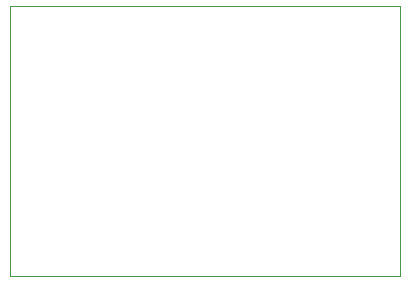
<source format=gko>
G75*
%MOIN*%
%OFA0B0*%
%FSLAX25Y25*%
%IPPOS*%
%LPD*%
%AMOC8*
5,1,8,0,0,1.08239X$1,22.5*
%
%ADD10C,0.00000*%
D10*
X0001000Y0001000D02*
X0001000Y0091000D01*
X0131000Y0091000D01*
X0131000Y0001000D01*
X0001000Y0001000D01*
M02*

</source>
